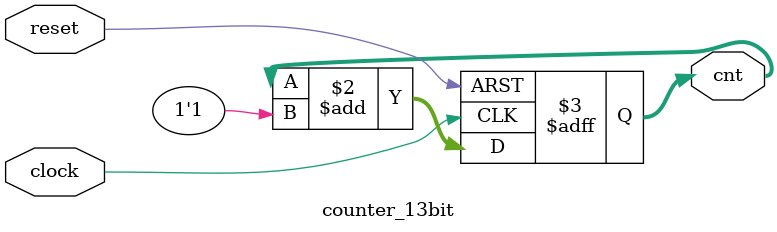
<source format=v>
/* 
Projeto ULA CPLD - Clone da ULA do TK90X/TK95.
Copyright Fábio Belavenuto 2012.
Copyright Victor Trucco 2012.

This documentation describes Open Hardware and is licensed under the CERN OHL v. 1.1.
You may redistribute and modify this documentation under the terms of the
CERN OHL v.1.1. (http://ohwr.org/cernohl). This documentation is distributed
WITHOUT ANY EXPRESS OR IMPLIED WARRANTY, INCLUDING OF MERCHANTABILITY,
SATISFACTORY QUALITY AND FITNESS FOR A PARTICULAR PURPOSE.
Please see the CERN OHL v.1.1 for applicable conditions
*/

module counter_13bit(
	input clock,
	input reset,
	output reg [12:0] cnt
);
 
always@(negedge clock or posedge reset) begin
 if(reset)
  cnt <= 0;
 else
  cnt <= cnt + 1'b1;
end
 
endmodule
</source>
